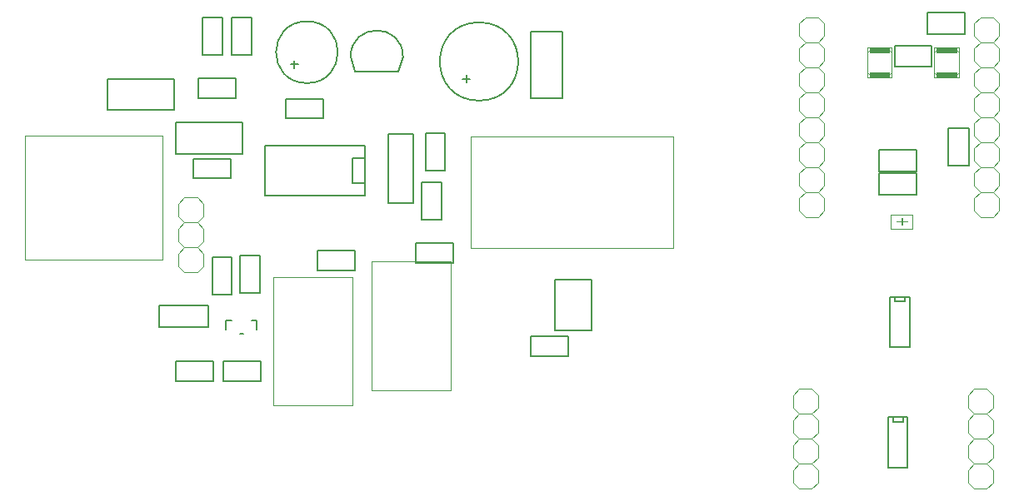
<source format=gbr>
%FSLAX32Y32*%
%MOMM*%
%LNBESTUECKUNG1*%
G71*
G01*
%ADD10C, 0.15*%
%ADD11C, 0.10*%
%ADD12C, 0.00*%
%LPD*%
G54D10*
X3459Y3111D02*
X3459Y3619D01*
X2443Y3619D01*
X2443Y3111D01*
X3459Y3111D01*
G54D10*
X3459Y3238D02*
X3459Y3492D01*
X3332Y3492D01*
X3332Y3238D01*
X3459Y3238D01*
G54D11*
X3532Y1130D02*
X4334Y1130D01*
X4334Y2440D01*
X3572Y2440D01*
X3556Y2440D01*
G54D11*
X3532Y1130D02*
X3532Y2440D01*
X3564Y2440D01*
G54D11*
X2532Y971D02*
X3334Y971D01*
X3334Y2281D01*
X2572Y2281D01*
X2556Y2281D01*
G54D11*
X2532Y971D02*
X2532Y2281D01*
X2564Y2281D01*
G54D10*
X2043Y1741D02*
X2043Y1836D01*
X2108Y1836D01*
G54D10*
X2308Y1836D02*
X2363Y1836D01*
X2363Y1741D01*
G54D10*
X2228Y1706D02*
X2188Y1706D01*
G54D10*
X1367Y1773D02*
X1367Y1993D01*
X1867Y1993D01*
X1867Y1773D01*
X1367Y1773D01*
G54D10*
X5147Y4779D02*
X5467Y4779D01*
X5467Y4099D01*
X5147Y4099D01*
X5147Y4779D01*
G54D10*
X2744Y4404D02*
X2744Y4480D01*
G54D10*
X2782Y4442D02*
X2706Y4442D01*
G54D10*
G75*
G01X2871Y4252D02*
G03X2871Y4252I0J314D01*
G01*
G54D10*
X4493Y4259D02*
X4493Y4335D01*
G54D10*
X4531Y4297D02*
X4455Y4297D01*
G54D10*
G75*
G01X4620Y4074D02*
G03X4620Y4074I0J398D01*
G01*
G54D11*
X1402Y3721D02*
X1402Y2459D01*
X5Y2459D01*
X5Y3721D01*
X1402Y3721D01*
X1402Y2459D01*
G54D11*
X6595Y3605D02*
X6595Y2970D01*
G54D11*
X4532Y3685D02*
X4532Y2581D01*
G54D11*
X4532Y3677D02*
X4532Y3709D01*
X6595Y3709D01*
X6595Y2574D01*
X4532Y2574D01*
X4532Y2589D01*
G54D10*
X3314Y4521D02*
X3363Y4369D01*
X3799Y4369D01*
X3848Y4521D01*
G54D10*
G75*
G01X3847Y4522D02*
G03X3315Y4522I-266J0D01*
G01*
G54D10*
X1919Y1420D02*
X1919Y1220D01*
X1539Y1220D01*
X1539Y1420D01*
X1919Y1420D01*
G54D10*
X3698Y3734D02*
X3952Y3734D01*
X3952Y3032D01*
X3698Y3032D01*
X3698Y3734D01*
G54D10*
X3977Y2426D02*
X3977Y2626D01*
X4357Y2626D01*
X4357Y2426D01*
X3977Y2426D01*
G54D10*
X2194Y2501D02*
X2394Y2501D01*
X2394Y2121D01*
X2194Y2121D01*
X2194Y2501D01*
G54D10*
X3357Y2546D02*
X3357Y2346D01*
X2977Y2346D01*
X2977Y2546D01*
X3357Y2546D01*
G54D10*
X4076Y3740D02*
X4276Y3740D01*
X4276Y3360D01*
X4076Y3360D01*
X4076Y3740D01*
G54D10*
X2024Y1219D02*
X2024Y1419D01*
X2404Y1419D01*
X2404Y1219D01*
X2024Y1219D01*
G54D10*
X2659Y3894D02*
X2659Y4094D01*
X3039Y4094D01*
X3039Y3894D01*
X2659Y3894D01*
G54D10*
X1908Y2478D02*
X2108Y2478D01*
X2108Y2098D01*
X1908Y2098D01*
X1908Y2478D01*
G54D10*
X4036Y3240D02*
X4236Y3240D01*
X4236Y2860D01*
X4036Y2860D01*
X4036Y3240D01*
G54D11*
X1627Y3089D02*
X1564Y3026D01*
X1564Y2898D01*
X1627Y2835D01*
X1755Y2835D01*
X1818Y2898D01*
X1818Y3026D01*
X1755Y3089D01*
X1627Y3089D01*
G54D11*
X1627Y2835D02*
X1564Y2772D01*
X1564Y2644D01*
X1627Y2581D01*
X1755Y2581D01*
X1818Y2644D01*
X1818Y2772D01*
X1755Y2835D01*
X1627Y2835D01*
G54D11*
X1627Y2581D02*
X1564Y2518D01*
X1564Y2390D01*
X1627Y2327D01*
X1755Y2327D01*
X1818Y2390D01*
X1818Y2518D01*
X1755Y2581D01*
X1627Y2581D01*
G54D10*
X1813Y4922D02*
X2013Y4922D01*
X2013Y4542D01*
X1813Y4542D01*
X1813Y4922D01*
G54D10*
X2107Y4922D02*
X2307Y4922D01*
X2307Y4542D01*
X2107Y4542D01*
X2107Y4922D01*
G54D10*
X841Y3977D02*
X841Y4297D01*
X1521Y4297D01*
X1521Y3977D01*
X841Y3977D01*
G54D10*
X1539Y3533D02*
X1539Y3853D01*
X2219Y3853D01*
X2219Y3533D01*
X1539Y3533D01*
G54D10*
X2150Y4300D02*
X2150Y4100D01*
X1770Y4100D01*
X1770Y4300D01*
X2150Y4300D01*
G54D10*
X2095Y3482D02*
X2095Y3282D01*
X1715Y3282D01*
X1715Y3482D01*
X2095Y3482D01*
G54D10*
X5144Y1473D02*
X5144Y1673D01*
X5524Y1673D01*
X5524Y1473D01*
X5144Y1473D01*
G54D10*
X5387Y2254D02*
X5767Y2254D01*
X5767Y1734D01*
X5387Y1734D01*
X5387Y2254D01*
G54D11*
X9715Y4923D02*
X9652Y4860D01*
X9652Y4732D01*
X9715Y4669D01*
X9843Y4669D01*
X9906Y4732D01*
X9906Y4860D01*
X9843Y4923D01*
X9715Y4923D01*
G54D11*
X9715Y4669D02*
X9652Y4606D01*
X9652Y4478D01*
X9715Y4415D01*
X9843Y4415D01*
X9906Y4478D01*
X9906Y4606D01*
X9843Y4669D01*
X9715Y4669D01*
G54D11*
X9715Y4415D02*
X9652Y4352D01*
X9652Y4224D01*
X9715Y4161D01*
X9843Y4161D01*
X9906Y4224D01*
X9906Y4352D01*
X9843Y4415D01*
X9715Y4415D01*
G54D11*
X9715Y4161D02*
X9652Y4098D01*
X9652Y3970D01*
X9715Y3907D01*
X9843Y3907D01*
X9906Y3970D01*
X9906Y4098D01*
X9843Y4161D01*
X9715Y4161D01*
G54D11*
X9715Y3907D02*
X9652Y3844D01*
X9652Y3716D01*
X9715Y3653D01*
X9843Y3653D01*
X9906Y3716D01*
X9906Y3844D01*
X9843Y3907D01*
X9715Y3907D01*
G54D11*
X9715Y3653D02*
X9652Y3590D01*
X9652Y3462D01*
X9715Y3399D01*
X9843Y3399D01*
X9906Y3462D01*
X9906Y3590D01*
X9843Y3653D01*
X9715Y3653D01*
G54D11*
X9715Y3399D02*
X9652Y3336D01*
X9652Y3208D01*
X9715Y3145D01*
X9843Y3145D01*
X9906Y3208D01*
X9906Y3336D01*
X9843Y3399D01*
X9715Y3399D01*
G54D11*
X9715Y3145D02*
X9652Y3082D01*
X9652Y2954D01*
X9715Y2891D01*
X9843Y2891D01*
X9906Y2954D01*
X9906Y3082D01*
X9843Y3145D01*
X9715Y3145D01*
G54D11*
X7937Y4923D02*
X7874Y4860D01*
X7874Y4732D01*
X7937Y4669D01*
X8065Y4669D01*
X8128Y4732D01*
X8128Y4860D01*
X8065Y4923D01*
X7937Y4923D01*
G54D11*
X7937Y4669D02*
X7874Y4606D01*
X7874Y4478D01*
X7937Y4415D01*
X8065Y4415D01*
X8128Y4478D01*
X8128Y4606D01*
X8065Y4669D01*
X7937Y4669D01*
G54D11*
X7937Y4415D02*
X7874Y4352D01*
X7874Y4224D01*
X7937Y4161D01*
X8065Y4161D01*
X8128Y4224D01*
X8128Y4352D01*
X8065Y4415D01*
X7937Y4415D01*
G54D11*
X7937Y4161D02*
X7874Y4098D01*
X7874Y3970D01*
X7937Y3907D01*
X8065Y3907D01*
X8128Y3970D01*
X8128Y4098D01*
X8065Y4161D01*
X7937Y4161D01*
G54D11*
X7937Y3907D02*
X7874Y3844D01*
X7874Y3716D01*
X7937Y3653D01*
X8065Y3653D01*
X8128Y3716D01*
X8128Y3844D01*
X8065Y3907D01*
X7937Y3907D01*
G54D11*
X7937Y3653D02*
X7874Y3590D01*
X7874Y3462D01*
X7937Y3399D01*
X8065Y3399D01*
X8128Y3462D01*
X8128Y3590D01*
X8065Y3653D01*
X7937Y3653D01*
G54D11*
X7937Y3399D02*
X7874Y3336D01*
X7874Y3208D01*
X7937Y3145D01*
X8065Y3145D01*
X8128Y3208D01*
X8128Y3336D01*
X8065Y3399D01*
X7937Y3399D01*
G54D11*
X7937Y3145D02*
X7874Y3082D01*
X7874Y2954D01*
X7937Y2891D01*
X8065Y2891D01*
X8128Y2954D01*
X8128Y3082D01*
X8065Y3145D01*
X7937Y3145D01*
G54D11*
X9652Y1143D02*
X9588Y1080D01*
X9588Y952D01*
X9652Y889D01*
X9780Y889D01*
X9842Y952D01*
X9842Y1080D01*
X9780Y1143D01*
X9652Y1143D01*
G54D11*
X9652Y889D02*
X9588Y826D01*
X9588Y698D01*
X9652Y635D01*
X9780Y635D01*
X9842Y698D01*
X9842Y826D01*
X9780Y889D01*
X9652Y889D01*
G54D11*
X9652Y635D02*
X9588Y572D01*
X9588Y444D01*
X9652Y381D01*
X9780Y381D01*
X9842Y444D01*
X9842Y572D01*
X9780Y635D01*
X9652Y635D01*
G54D11*
X9652Y381D02*
X9588Y318D01*
X9588Y190D01*
X9652Y127D01*
X9780Y127D01*
X9842Y190D01*
X9842Y318D01*
X9780Y381D01*
X9652Y381D01*
G54D11*
X7874Y1143D02*
X7810Y1080D01*
X7810Y952D01*
X7874Y889D01*
X8002Y889D01*
X8064Y952D01*
X8064Y1080D01*
X8002Y1143D01*
X7874Y1143D01*
G54D11*
X7874Y889D02*
X7810Y826D01*
X7810Y698D01*
X7874Y635D01*
X8002Y635D01*
X8064Y698D01*
X8064Y826D01*
X8002Y889D01*
X7874Y889D01*
G54D11*
X7874Y635D02*
X7810Y572D01*
X7810Y444D01*
X7874Y381D01*
X8002Y381D01*
X8064Y444D01*
X8064Y572D01*
X8002Y635D01*
X7874Y635D01*
G54D11*
X7874Y381D02*
X7810Y318D01*
X7810Y190D01*
X7874Y127D01*
X8002Y127D01*
X8064Y190D01*
X8064Y318D01*
X8002Y381D01*
X7874Y381D01*
G54D10*
X8976Y854D02*
X8776Y854D01*
X8776Y343D01*
X8976Y343D01*
X8976Y854D01*
G54D10*
X8926Y854D02*
X8826Y854D01*
X8826Y804D01*
X8926Y804D01*
X8926Y854D01*
G54D11*
X8814Y4312D02*
X8564Y4312D01*
X8564Y4612D01*
X8814Y4612D01*
X8814Y4312D01*
G54D12*
X8814Y4362D02*
X8789Y4337D01*
X8589Y4337D01*
X8564Y4362D01*
X8564Y4562D01*
X8589Y4587D01*
X8789Y4587D01*
X8814Y4562D01*
G36*
X8764Y4562D02*
X8764Y4612D01*
X8614Y4612D01*
X8614Y4562D01*
X8764Y4562D01*
X8764Y4562D01*
G37*
G54D12*
X8764Y4562D02*
X8764Y4612D01*
X8614Y4612D01*
X8614Y4562D01*
X8764Y4562D01*
X8764Y4562D01*
G36*
X8788Y4312D02*
X8788Y4362D01*
X8588Y4362D01*
X8588Y4312D01*
X8788Y4312D01*
X8788Y4312D01*
G37*
G54D12*
X8788Y4312D02*
X8788Y4362D01*
X8588Y4362D01*
X8588Y4312D01*
X8788Y4312D01*
X8788Y4312D01*
G36*
X8788Y4562D02*
X8788Y4612D01*
X8588Y4612D01*
X8588Y4562D01*
X8788Y4562D01*
X8788Y4562D01*
G37*
G54D12*
X8788Y4562D02*
X8788Y4612D01*
X8588Y4612D01*
X8588Y4562D01*
X8788Y4562D01*
X8788Y4562D01*
G54D11*
X8789Y4337D02*
X8814Y4362D01*
G54D11*
X8814Y4562D02*
X8789Y4587D01*
G54D11*
X8589Y4587D02*
X8564Y4562D01*
G54D11*
X8589Y4337D02*
X8564Y4362D01*
G54D11*
X9495Y4312D02*
X9245Y4312D01*
X9245Y4612D01*
X9495Y4612D01*
X9495Y4312D01*
G54D12*
X9495Y4362D02*
X9470Y4337D01*
X9270Y4337D01*
X9245Y4362D01*
X9245Y4562D01*
X9270Y4587D01*
X9470Y4587D01*
X9495Y4562D01*
G36*
X9445Y4562D02*
X9445Y4612D01*
X9295Y4612D01*
X9295Y4562D01*
X9445Y4562D01*
X9445Y4562D01*
G37*
G54D12*
X9445Y4562D02*
X9445Y4612D01*
X9295Y4612D01*
X9295Y4562D01*
X9445Y4562D01*
X9445Y4562D01*
G36*
X9470Y4312D02*
X9470Y4362D01*
X9270Y4362D01*
X9270Y4312D01*
X9470Y4312D01*
X9470Y4312D01*
G37*
G54D12*
X9470Y4312D02*
X9470Y4362D01*
X9270Y4362D01*
X9270Y4312D01*
X9470Y4312D01*
X9470Y4312D01*
G36*
X9470Y4562D02*
X9470Y4612D01*
X9270Y4612D01*
X9270Y4562D01*
X9470Y4562D01*
X9470Y4562D01*
G37*
G54D12*
X9470Y4562D02*
X9470Y4612D01*
X9270Y4612D01*
X9270Y4562D01*
X9470Y4562D01*
X9470Y4562D01*
G54D11*
X9470Y4337D02*
X9495Y4362D01*
G54D11*
X9495Y4562D02*
X9470Y4587D01*
G54D11*
X9270Y4587D02*
X9245Y4562D01*
G54D11*
X9270Y4337D02*
X9245Y4362D01*
G54D12*
X8806Y2772D02*
X8806Y2915D01*
X9020Y2915D01*
X9020Y2772D01*
X8806Y2772D01*
G54D12*
X8861Y2844D02*
X8909Y2844D01*
X8909Y2875D01*
X8909Y2812D01*
G54D12*
X8925Y2875D02*
X8925Y2812D01*
G54D12*
X8925Y2844D02*
X8965Y2844D01*
X8973Y2844D01*
G54D10*
X9383Y3794D02*
X9603Y3794D01*
X9603Y3414D01*
X9383Y3414D01*
X9383Y3794D01*
G54D10*
X8842Y4416D02*
X8842Y4636D01*
X9222Y4636D01*
X9222Y4416D01*
X8842Y4416D01*
G54D10*
X9556Y4970D02*
X9556Y4750D01*
X9176Y4750D01*
X9176Y4970D01*
X9556Y4970D01*
G54D10*
X8684Y3352D02*
X8684Y3572D01*
X9064Y3572D01*
X9064Y3352D01*
X8684Y3352D01*
G54D10*
X8684Y3114D02*
X8684Y3334D01*
X9064Y3334D01*
X9064Y3114D01*
X8684Y3114D01*
G54D10*
X8997Y2079D02*
X8797Y2079D01*
X8797Y1568D01*
X8997Y1568D01*
X8997Y2079D01*
G54D10*
X8947Y2079D02*
X8847Y2079D01*
X8847Y2029D01*
X8947Y2029D01*
X8947Y2079D01*
M02*

</source>
